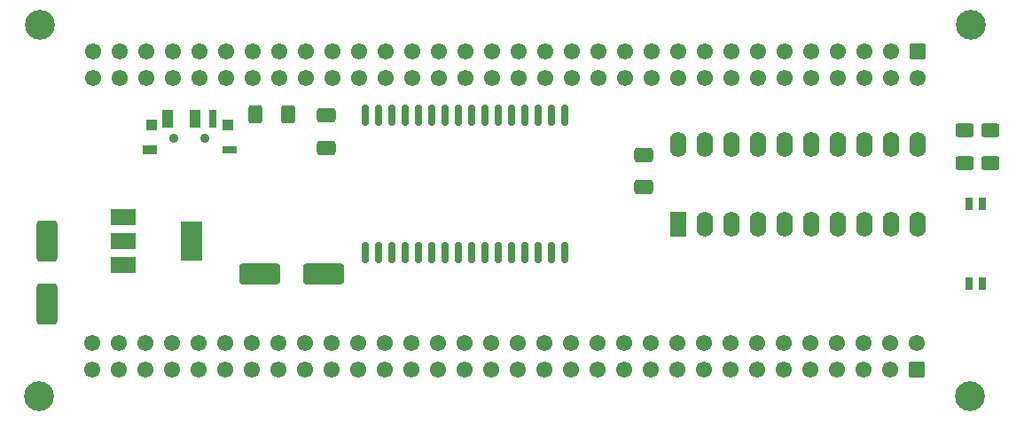
<source format=gts>
%TF.GenerationSoftware,KiCad,Pcbnew,8.0.6-8.0.6-0~ubuntu24.04.1*%
%TF.CreationDate,2024-11-30T23:26:36+01:00*%
%TF.ProjectId,qlexternal512kram_MIX,716c6578-7465-4726-9e61-6c3531326b72,3*%
%TF.SameCoordinates,Original*%
%TF.FileFunction,Soldermask,Top*%
%TF.FilePolarity,Negative*%
%FSLAX46Y46*%
G04 Gerber Fmt 4.6, Leading zero omitted, Abs format (unit mm)*
G04 Created by KiCad (PCBNEW 8.0.6-8.0.6-0~ubuntu24.04.1) date 2024-11-30 23:26:36*
%MOMM*%
%LPD*%
G01*
G04 APERTURE LIST*
G04 Aperture macros list*
%AMRoundRect*
0 Rectangle with rounded corners*
0 $1 Rounding radius*
0 $2 $3 $4 $5 $6 $7 $8 $9 X,Y pos of 4 corners*
0 Add a 4 corners polygon primitive as box body*
4,1,4,$2,$3,$4,$5,$6,$7,$8,$9,$2,$3,0*
0 Add four circle primitives for the rounded corners*
1,1,$1+$1,$2,$3*
1,1,$1+$1,$4,$5*
1,1,$1+$1,$6,$7*
1,1,$1+$1,$8,$9*
0 Add four rect primitives between the rounded corners*
20,1,$1+$1,$2,$3,$4,$5,0*
20,1,$1+$1,$4,$5,$6,$7,0*
20,1,$1+$1,$6,$7,$8,$9,0*
20,1,$1+$1,$8,$9,$2,$3,0*%
G04 Aperture macros list end*
%ADD10RoundRect,0.312500X-0.687500X1.662500X-0.687500X-1.662500X0.687500X-1.662500X0.687500X1.662500X0*%
%ADD11RoundRect,0.312500X-1.662500X-0.687500X1.662500X-0.687500X1.662500X0.687500X-1.662500X0.687500X0*%
%ADD12R,1.350000X0.830000*%
%ADD13R,1.000000X1.120000*%
%ADD14C,0.900000*%
%ADD15R,1.350000X0.800000*%
%ADD16R,1.100000X1.820000*%
%ADD17R,0.700000X1.820000*%
%ADD18R,2.350000X1.500000*%
%ADD19R,2.000000X3.800000*%
%ADD20R,2.350000X1.550000*%
%ADD21RoundRect,0.250000X-0.650000X0.412500X-0.650000X-0.412500X0.650000X-0.412500X0.650000X0.412500X0*%
%ADD22C,2.850000*%
%ADD23RoundRect,0.249999X0.525001X0.525001X-0.525001X0.525001X-0.525001X-0.525001X0.525001X-0.525001X0*%
%ADD24C,1.550000*%
%ADD25RoundRect,0.250000X-0.625000X0.400000X-0.625000X-0.400000X0.625000X-0.400000X0.625000X0.400000X0*%
%ADD26R,0.760000X1.270000*%
%ADD27RoundRect,0.249999X-0.525001X-0.525001X0.525001X-0.525001X0.525001X0.525001X-0.525001X0.525001X0*%
%ADD28RoundRect,0.250000X0.400000X0.625000X-0.400000X0.625000X-0.400000X-0.625000X0.400000X-0.625000X0*%
%ADD29R,1.600000X2.400000*%
%ADD30O,1.600000X2.400000*%
%ADD31RoundRect,0.150000X0.150000X-0.875000X0.150000X0.875000X-0.150000X0.875000X-0.150000X-0.875000X0*%
G04 APERTURE END LIST*
D10*
%TO.C,C1*%
X97900000Y-75920000D03*
X97900000Y-81970000D03*
%TD*%
D11*
%TO.C,C2*%
X118295000Y-79025000D03*
X124345000Y-79025000D03*
%TD*%
D12*
%TO.C,SW2*%
X107715000Y-67220000D03*
D13*
X107890000Y-64865000D03*
D14*
X110040000Y-66135000D03*
X113040000Y-66135000D03*
D13*
X115190000Y-64865000D03*
D15*
X115365000Y-67235000D03*
D16*
X109490000Y-64215000D03*
X112090000Y-64215000D03*
D17*
X113790000Y-64215000D03*
%TD*%
D18*
%TO.C,U3*%
X105245929Y-73605360D03*
X105245929Y-75905360D03*
D19*
X111720929Y-75905360D03*
D20*
X105245929Y-78180360D03*
%TD*%
D21*
%TO.C,C4*%
X154900000Y-67662500D03*
X154900000Y-70787500D03*
%TD*%
%TO.C,C3*%
X124590000Y-63902500D03*
X124590000Y-67027500D03*
%TD*%
D22*
%TO.C,J1*%
X97250000Y-55245000D03*
X186150000Y-55245000D03*
D23*
X181070000Y-57785000D03*
D24*
X178530000Y-57785000D03*
X175990000Y-57785000D03*
X173450000Y-57785000D03*
X170910000Y-57785000D03*
X168370000Y-57785000D03*
X165830000Y-57785000D03*
X163290000Y-57785000D03*
X160750000Y-57785000D03*
X158210000Y-57785000D03*
X155670000Y-57785000D03*
X153130000Y-57785000D03*
X150590000Y-57785000D03*
X148050000Y-57785000D03*
X145510000Y-57785000D03*
X142970000Y-57785000D03*
X140430000Y-57785000D03*
X137890000Y-57785000D03*
X135350000Y-57785000D03*
X132810000Y-57785000D03*
X130270000Y-57785000D03*
X127730000Y-57785000D03*
X125190000Y-57785000D03*
X122650000Y-57785000D03*
X120110000Y-57785000D03*
X117570000Y-57785000D03*
X115030000Y-57785000D03*
X112490000Y-57785000D03*
X109950000Y-57785000D03*
X107410000Y-57785000D03*
X104870000Y-57785000D03*
X102330000Y-57785000D03*
X181070000Y-60325000D03*
X178530000Y-60325000D03*
X175990000Y-60325000D03*
X173450000Y-60325000D03*
X170910000Y-60325000D03*
X168370000Y-60325000D03*
X165830000Y-60325000D03*
X163290000Y-60325000D03*
X160750000Y-60325000D03*
X158210000Y-60325000D03*
X155670000Y-60325000D03*
X153130000Y-60325000D03*
X150590000Y-60325000D03*
X148050000Y-60325000D03*
X145510000Y-60325000D03*
X142970000Y-60325000D03*
X140430000Y-60325000D03*
X137890000Y-60325000D03*
X135350000Y-60325000D03*
X132810000Y-60325000D03*
X130270000Y-60325000D03*
X127730000Y-60325000D03*
X125190000Y-60325000D03*
X122650000Y-60325000D03*
X120110000Y-60325000D03*
X117570000Y-60325000D03*
X115030000Y-60325000D03*
X112490000Y-60325000D03*
X109950000Y-60325000D03*
X107410000Y-60325000D03*
X104870000Y-60325000D03*
X102330000Y-60325000D03*
%TD*%
D25*
%TO.C,R2*%
X188040000Y-65375000D03*
X188040000Y-68475000D03*
%TD*%
D26*
%TO.C,SW1*%
X185995000Y-79955000D03*
X187265000Y-79955000D03*
X187265000Y-72335000D03*
X185995000Y-72335000D03*
%TD*%
D22*
%TO.C,J2*%
X186100000Y-90720000D03*
X97200000Y-90720000D03*
D27*
X181010000Y-88180000D03*
D24*
X178470000Y-88180000D03*
X175930000Y-88180000D03*
X173390000Y-88180000D03*
X170850000Y-88180000D03*
X168310000Y-88180000D03*
X165770000Y-88180000D03*
X163230000Y-88180000D03*
X160690000Y-88180000D03*
X158150000Y-88180000D03*
X155610000Y-88180000D03*
X153070000Y-88180000D03*
X150530000Y-88180000D03*
X147990000Y-88180000D03*
X145450000Y-88180000D03*
X142910000Y-88180000D03*
X140370000Y-88180000D03*
X137830000Y-88180000D03*
X135290000Y-88180000D03*
X132750000Y-88180000D03*
X130210000Y-88180000D03*
X127670000Y-88180000D03*
X125130000Y-88180000D03*
X122590000Y-88180000D03*
X120050000Y-88180000D03*
X117510000Y-88180000D03*
X114970000Y-88180000D03*
X112430000Y-88180000D03*
X109890000Y-88180000D03*
X107350000Y-88180000D03*
X104810000Y-88180000D03*
X102270000Y-88180000D03*
X181010000Y-85640000D03*
X178470000Y-85640000D03*
X175930000Y-85640000D03*
X173390000Y-85640000D03*
X170850000Y-85640000D03*
X168310000Y-85640000D03*
X165770000Y-85640000D03*
X163230000Y-85640000D03*
X160690000Y-85640000D03*
X158150000Y-85640000D03*
X155610000Y-85640000D03*
X153070000Y-85640000D03*
X150530000Y-85640000D03*
X147990000Y-85640000D03*
X145450000Y-85640000D03*
X142910000Y-85640000D03*
X140370000Y-85640000D03*
X137830000Y-85640000D03*
X135290000Y-85640000D03*
X132750000Y-85640000D03*
X130210000Y-85640000D03*
X127670000Y-85640000D03*
X125130000Y-85640000D03*
X122590000Y-85640000D03*
X120050000Y-85640000D03*
X117510000Y-85640000D03*
X114970000Y-85640000D03*
X112430000Y-85640000D03*
X109890000Y-85640000D03*
X107350000Y-85640000D03*
X104810000Y-85640000D03*
X102270000Y-85640000D03*
%TD*%
D28*
%TO.C,R3*%
X120970000Y-63835000D03*
X117870000Y-63835000D03*
%TD*%
D29*
%TO.C,U2*%
X158215000Y-74310000D03*
D30*
X160755000Y-74310000D03*
X163295000Y-74310000D03*
X165835000Y-74310000D03*
X168375000Y-74310000D03*
X170915000Y-74310000D03*
X173455000Y-74310000D03*
X175995000Y-74310000D03*
X178535000Y-74310000D03*
X181075000Y-74310000D03*
X181075000Y-66690000D03*
X178535000Y-66690000D03*
X175995000Y-66690000D03*
X173455000Y-66690000D03*
X170915000Y-66690000D03*
X168375000Y-66690000D03*
X165835000Y-66690000D03*
X163295000Y-66690000D03*
X160755000Y-66690000D03*
X158215000Y-66690000D03*
%TD*%
D25*
%TO.C,R1*%
X185600000Y-65375000D03*
X185600000Y-68475000D03*
%TD*%
D31*
%TO.C,U1*%
X128365000Y-77035000D03*
X129635000Y-77035000D03*
X130905000Y-77035000D03*
X132175000Y-77035000D03*
X133445000Y-77035000D03*
X134715000Y-77035000D03*
X135985000Y-77035000D03*
X137255000Y-77035000D03*
X138525000Y-77035000D03*
X139795000Y-77035000D03*
X141065000Y-77035000D03*
X142335000Y-77035000D03*
X143605000Y-77035000D03*
X144875000Y-77035000D03*
X146145000Y-77035000D03*
X147415000Y-77035000D03*
X147415000Y-63935000D03*
X146145000Y-63935000D03*
X144875000Y-63935000D03*
X143605000Y-63935000D03*
X142335000Y-63935000D03*
X141065000Y-63935000D03*
X139795000Y-63935000D03*
X138525000Y-63935000D03*
X137255000Y-63935000D03*
X135985000Y-63935000D03*
X134715000Y-63935000D03*
X133445000Y-63935000D03*
X132175000Y-63935000D03*
X130905000Y-63935000D03*
X129635000Y-63935000D03*
X128365000Y-63935000D03*
%TD*%
M02*

</source>
